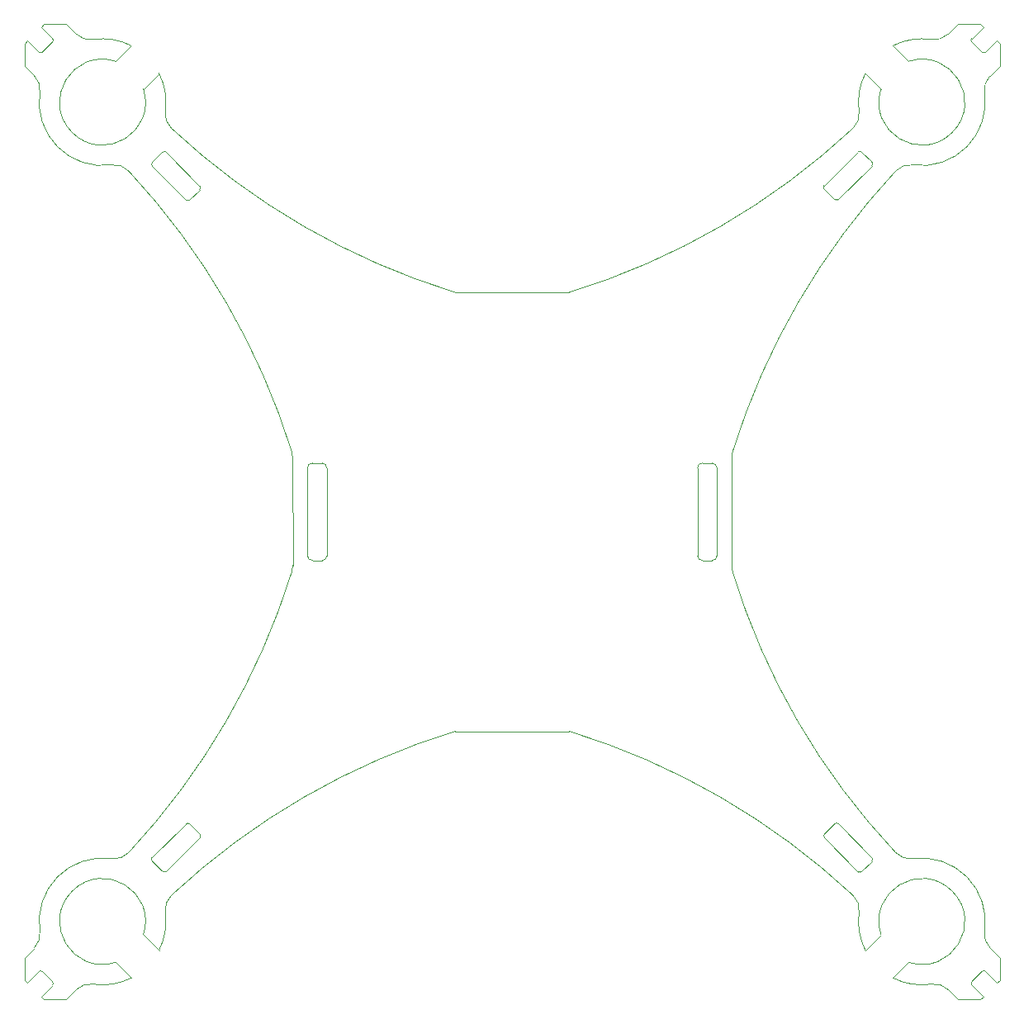
<source format=gbr>
%TF.GenerationSoftware,KiCad,Pcbnew,9.0.0*%
%TF.CreationDate,2025-11-21T14:04:07-05:00*%
%TF.ProjectId,LiteWingV2.5C,4c697465-5769-46e6-9756-322e35432e6b,rev?*%
%TF.SameCoordinates,Original*%
%TF.FileFunction,Profile,NP*%
%FSLAX46Y46*%
G04 Gerber Fmt 4.6, Leading zero omitted, Abs format (unit mm)*
G04 Created by KiCad (PCBNEW 9.0.0) date 2025-11-21 14:04:07*
%MOMM*%
%LPD*%
G01*
G04 APERTURE LIST*
%TA.AperFunction,Profile*%
%ADD10C,0.025400*%
%TD*%
%TA.AperFunction,Profile*%
%ADD11C,0.025000*%
%TD*%
G04 APERTURE END LIST*
D10*
X106300386Y-58607980D02*
G75*
G02*
X108071884Y-59249242I285214J-1979620D01*
G01*
X101671746Y-144173980D02*
X102682926Y-143162810D01*
X108071786Y-129098570D02*
G75*
G02*
X106300414Y-129739726I-1486186J1338470D01*
G01*
X169986500Y-100371000D02*
G75*
G02*
X169878508Y-99669000I1886400J649500D01*
G01*
X104399706Y-45747960D02*
G75*
G02*
X102682861Y-45185165I-302506J1977260D01*
G01*
X110458884Y-129976020D02*
G75*
G02*
X110440653Y-129623512I168116J185420D01*
G01*
X186418086Y-46386520D02*
X188020066Y-47988500D01*
X180757117Y-62149915D02*
G75*
G02*
X180404516Y-62131671I-167117J186615D01*
G01*
X112452527Y-54868600D02*
G75*
G02*
X111811320Y-53097221I1338073J1486100D01*
G01*
D11*
X112452526Y-133479310D02*
G75*
G02*
X141527499Y-116673998I51032674J-54737890D01*
G01*
X186682360Y-129098692D02*
G75*
G02*
X169986501Y-100371000I53151110J50105642D01*
G01*
D10*
X195550475Y-141302061D02*
G75*
G02*
X195912337Y-141293259I185125J-168039D01*
G01*
X182301766Y-133479310D02*
G75*
G02*
X182942990Y-135250692I-1338266J-1486190D01*
G01*
X97668676Y-45881460D02*
X97377116Y-46173920D01*
X97684656Y-142482420D02*
X98857876Y-141309190D01*
D11*
X124771500Y-100364000D02*
G75*
G02*
X108071786Y-129098570I-71435630J22296370D01*
G01*
D10*
X97377116Y-46173920D02*
X97377116Y-48468560D01*
X109562516Y-137531120D02*
X111164486Y-139133100D01*
X185192536Y-137533660D02*
G75*
G02*
X188024626Y-140360960I4184664J1359660D01*
G01*
D11*
X167856947Y-89174000D02*
G75*
G02*
X168375969Y-89676450I-1747J-521100D01*
G01*
D10*
X184245237Y-58331029D02*
G75*
G02*
X184263521Y-58683583I-168137J-185471D01*
G01*
X194505257Y-46000621D02*
G75*
G02*
X195534427Y-47029865I-10404057J-11432479D01*
G01*
X188020066Y-140359410D02*
X186418086Y-141961390D01*
X195377176Y-44173930D02*
X193082536Y-44173930D01*
X98841896Y-47054690D02*
X97668676Y-45881460D01*
X99068676Y-44481460D02*
X100241906Y-45654680D01*
X169878500Y-88669000D02*
G75*
G02*
X169988493Y-87976998I2108500J19600D01*
G01*
X197377166Y-46173920D02*
X197069636Y-45865490D01*
D11*
X126918606Y-99174000D02*
X127898053Y-99174000D01*
X169878500Y-88669000D02*
X169878500Y-99669000D01*
D10*
X180449106Y-126164739D02*
G75*
G02*
X180801587Y-126146537I185394J-168161D01*
G01*
X113946904Y-126157130D02*
G75*
G02*
X114299592Y-126175530I167096J-186470D01*
G01*
X111857117Y-131039915D02*
X115363477Y-127573544D01*
X188453896Y-129739920D02*
G75*
G02*
X186682362Y-129098690I-285196J1979820D01*
G01*
X182846904Y-57267130D02*
G75*
G02*
X183199592Y-57285530I167096J-186470D01*
G01*
X182943615Y-53101010D02*
G75*
G02*
X182301771Y-54868606I-1979915J-281390D01*
G01*
X179358884Y-61086020D02*
G75*
G02*
X179340653Y-60733512I168116J185420D01*
G01*
X114292132Y-62193675D02*
G75*
G02*
X113939621Y-62211910I-185432J168275D01*
G01*
D11*
X182301766Y-54868600D02*
G75*
G02*
X153227500Y-71673911I-51034026J54739310D01*
G01*
X128377500Y-98671553D02*
G75*
G02*
X127898053Y-99174025I-479500J-22447D01*
G01*
D10*
X194496406Y-45638710D02*
X195669636Y-44465490D01*
X184245237Y-58331029D02*
X183199636Y-57285490D01*
X196365996Y-138868170D02*
G75*
G02*
X195802378Y-137157231I1414204J1414170D01*
G01*
X195912386Y-141293210D02*
X197085606Y-142466440D01*
X195669636Y-44465490D02*
X195377176Y-44173930D01*
X197377166Y-48468560D02*
X197377166Y-46173920D01*
X97377116Y-139879350D02*
X97377116Y-142173980D01*
D11*
X153227500Y-116674000D02*
G75*
G02*
X182301778Y-133479297I-21959700J-71544600D01*
G01*
D10*
X100249035Y-142347289D02*
G75*
G02*
X100257925Y-142709239I-168035J-185211D01*
G01*
X179385211Y-127562971D02*
X182851582Y-131069331D01*
X197069636Y-45865490D02*
X195896416Y-47038720D01*
X190348986Y-142600960D02*
G75*
G02*
X186418087Y-141961387I-971886J6426360D01*
G01*
X98388286Y-49479730D02*
G75*
G02*
X98951082Y-51196509I-1414286J-1414270D01*
G01*
X108328076Y-141965450D02*
G75*
G02*
X104393877Y-142599110I-2950976J5791750D01*
G01*
D11*
X141527500Y-71673910D02*
G75*
G02*
X112452527Y-54868600I21957660J71543140D01*
G01*
X168372500Y-98674000D02*
G75*
G02*
X167872500Y-99174000I-500000J0D01*
G01*
D10*
X197377166Y-139879350D02*
X196365996Y-138868170D01*
X193082536Y-144173980D02*
X195377176Y-144173980D01*
X183204097Y-131051091D02*
X184249636Y-130005490D01*
X110473246Y-58705555D02*
G75*
G02*
X110491466Y-58352928I186354J167155D01*
G01*
X193082536Y-44173930D02*
X192071366Y-45185100D01*
D11*
X126369500Y-89674000D02*
G75*
G02*
X126890053Y-89176370I520600J-23500D01*
G01*
D10*
X111537141Y-57307323D02*
G75*
G02*
X110491487Y-58352951I-9762041J8716623D01*
G01*
D11*
X166877500Y-89174000D02*
X167856947Y-89174000D01*
D10*
X100241906Y-45654680D02*
G75*
G02*
X100233090Y-46016712I-176706J-176820D01*
G01*
X104405046Y-45746950D02*
G75*
G02*
X108336198Y-46386517I972054J-6426550D01*
G01*
X101671746Y-44173930D02*
X99377116Y-44173930D01*
X99084656Y-143882420D02*
X99377116Y-144173980D01*
D11*
X168376053Y-89676447D02*
X168372500Y-98674000D01*
D10*
X195685606Y-143866440D02*
X194512376Y-142693220D01*
X98388286Y-138868170D02*
X97377116Y-139879350D01*
X183589798Y-139133099D02*
G75*
G02*
X182943604Y-135246899I5787702J2959199D01*
G01*
X98950136Y-137146050D02*
G75*
G02*
X106304201Y-129740398I6426924J972090D01*
G01*
X106734226Y-47988500D02*
X108336196Y-46386520D01*
X111857117Y-131039915D02*
G75*
G02*
X111504516Y-131021671I-167117J186615D01*
G01*
X99203807Y-47045839D02*
G75*
G02*
X100233051Y-46016668I11432493J-10404061D01*
G01*
D11*
X126369500Y-89674000D02*
X126377500Y-98671553D01*
D10*
X195550475Y-141302061D02*
G75*
G02*
X194521231Y-142331231I-11432475J10404061D01*
G01*
D11*
X126918606Y-99174000D02*
G75*
G02*
X126377488Y-98671554I-2606J539800D01*
G01*
D10*
X188020066Y-47988500D02*
G75*
G02*
X185190149Y-50821660I1356934J-4185300D01*
G01*
X194505257Y-46000621D02*
G75*
G02*
X194496357Y-45638661I168043J185221D01*
G01*
X106293026Y-58609250D02*
G75*
G02*
X98951692Y-51190646I-915926J6435350D01*
G01*
X182943616Y-53101010D02*
G75*
G02*
X183590737Y-49212989I6433284J927110D01*
G01*
X100249035Y-142347289D02*
G75*
G02*
X99219865Y-141318045I10404065J11432489D01*
G01*
X195804146Y-51202110D02*
G75*
G02*
X188450091Y-58607443I-6426946J-971790D01*
G01*
X192071366Y-143162810D02*
X193082536Y-144173980D01*
X180449106Y-126164739D02*
G75*
G02*
X179403450Y-127210364I-9759806J8714439D01*
G01*
D11*
X126898053Y-89174000D02*
X127869500Y-89174000D01*
D10*
X113946904Y-126157130D02*
X110440645Y-129623505D01*
X195803136Y-51196520D02*
G75*
G02*
X196365946Y-49479680I1977164J302520D01*
G01*
X106734226Y-140359410D02*
G75*
G02*
X109564133Y-137526321I-1356996J4185380D01*
G01*
X197085606Y-142466440D02*
X197377166Y-142173980D01*
D11*
X166893053Y-99174000D02*
G75*
G02*
X166372521Y-98673999I-2453J518400D01*
G01*
D10*
X99377116Y-144173980D02*
X101671746Y-144173980D01*
D11*
X169988500Y-87977000D02*
G75*
G02*
X186682503Y-59249337I71404900J-22279900D01*
G01*
D10*
X153227500Y-71673910D02*
X141527500Y-71673910D01*
X100257886Y-142709200D02*
X99084656Y-143882420D01*
X195377176Y-144173970D02*
X195685606Y-143866440D01*
X184267996Y-129652757D02*
X180801621Y-126146499D01*
D11*
X108071786Y-59249330D02*
G75*
G02*
X124770500Y-87984000I-54728886J-51024290D01*
G01*
D10*
X114292132Y-62193675D02*
X115337671Y-61148074D01*
X115356031Y-60795341D02*
X111889656Y-57289083D01*
X124770500Y-87984000D02*
G75*
G02*
X124875489Y-88682000I-2040400J-663800D01*
G01*
X190354576Y-142599940D02*
G75*
G02*
X192071403Y-143162773I302624J-1976760D01*
G01*
X196365996Y-49479730D02*
X197377166Y-48468560D01*
X98857876Y-141309190D02*
G75*
G02*
X99219915Y-141318000I176824J-176810D01*
G01*
X197377166Y-142173980D02*
X197377166Y-139879350D01*
X186682496Y-59249330D02*
G75*
G02*
X188453869Y-58608166I1486304J-1338770D01*
G01*
X195896416Y-47038720D02*
G75*
G02*
X195534394Y-47029895I-176816J176520D01*
G01*
D11*
X124875500Y-88682000D02*
X124879500Y-99671000D01*
D10*
X124879500Y-99671000D02*
G75*
G02*
X124771494Y-100363998I-3088900J126500D01*
G01*
X111164486Y-49215060D02*
X109562516Y-50816790D01*
X185191516Y-50816790D02*
X183589796Y-49215060D01*
X141527500Y-116674000D02*
X153227500Y-116674000D01*
X184267996Y-129652757D02*
G75*
G02*
X184249642Y-130005496I-186496J-167143D01*
G01*
X179385211Y-127562971D02*
G75*
G02*
X179403410Y-127210320I186489J167171D01*
G01*
X111811176Y-135250710D02*
G75*
G02*
X112452397Y-133479166I1979824J285210D01*
G01*
X192071366Y-45185100D02*
G75*
G02*
X190354583Y-45747915I-1414166J1413900D01*
G01*
X108336196Y-141961390D02*
X106734226Y-140359410D01*
D11*
X167872500Y-99174000D02*
X166898053Y-99174000D01*
D10*
X98950136Y-137146050D02*
G75*
G02*
X98388324Y-138868208I-1975836J-308150D01*
G01*
D11*
X127869500Y-89174000D02*
G75*
G02*
X128369500Y-89674000I0J-500000D01*
G01*
D10*
X115345237Y-127221029D02*
G75*
G02*
X115363521Y-127573583I-168137J-185471D01*
G01*
D11*
X128369500Y-89674000D02*
X128377500Y-98671553D01*
D10*
X111537141Y-57307323D02*
G75*
G02*
X111889677Y-57289059I185459J-168277D01*
G01*
X111163476Y-49213030D02*
G75*
G02*
X111810559Y-53100994I-5786376J-2960870D01*
G01*
X110473246Y-58705555D02*
X113939617Y-62211915D01*
X179358884Y-61086020D02*
G75*
G02*
X180404512Y-62131675I-8714584J-9759980D01*
G01*
X183589798Y-139133099D02*
X185192536Y-137533660D01*
X111811176Y-135250710D02*
G75*
G02*
X111164491Y-139133103I-6434376J-923290D01*
G01*
X182846904Y-57267130D02*
X179340645Y-60733505D01*
X115356031Y-60795341D02*
G75*
G02*
X115337689Y-61148093I-186431J-167159D01*
G01*
X109562516Y-50816790D02*
G75*
G02*
X106729423Y-47986888I-4185376J-1357000D01*
G01*
X186426216Y-46382460D02*
G75*
G02*
X190360412Y-45748752I2951084J-5791940D01*
G01*
X194512376Y-142693220D02*
G75*
G02*
X194521199Y-142331196I176424J176820D01*
G01*
X102682926Y-143162810D02*
G75*
G02*
X104399700Y-142599983I1414274J-1414190D01*
G01*
D11*
X166376053Y-89676447D02*
G75*
G02*
X166876053Y-89176453I499847J147D01*
G01*
D10*
X180757117Y-62149915D02*
X184263477Y-58683544D01*
X99203807Y-47045839D02*
G75*
G02*
X98841862Y-47054724I-185207J168039D01*
G01*
X102682926Y-45185100D02*
X101671746Y-44173930D01*
X99377106Y-44173930D02*
X99068676Y-44481460D01*
X115345237Y-127221029D02*
X114299636Y-126175490D01*
X97377116Y-48468560D02*
X98388286Y-49479730D01*
D11*
X166376053Y-89676447D02*
X166372500Y-98674000D01*
D10*
X188461266Y-129738910D02*
G75*
G02*
X195802351Y-137157227I916034J-6434990D01*
G01*
X97377126Y-142173990D02*
X97684656Y-142482420D01*
X110458884Y-129976020D02*
G75*
G02*
X111504512Y-131021675I-8716184J-9761580D01*
G01*
X183204097Y-131051091D02*
G75*
G02*
X182851620Y-131069289I-185397J168291D01*
G01*
M02*

</source>
